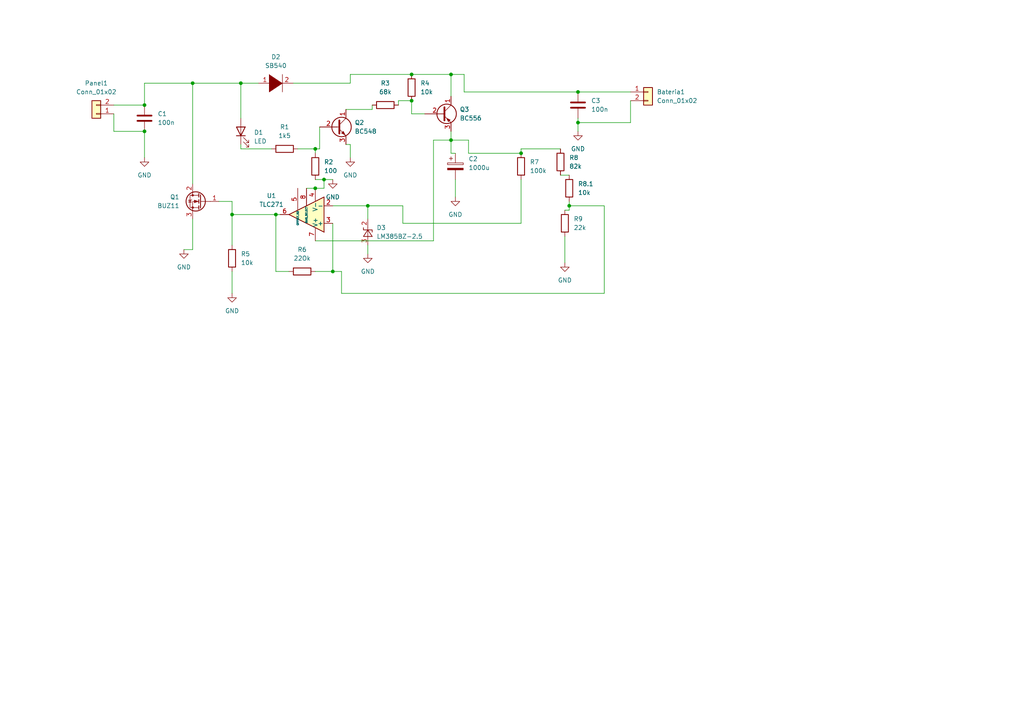
<source format=kicad_sch>
(kicad_sch (version 20211123) (generator eeschema)
  (paper "A4")
  (lib_symbols
    (symbol "Amplifier_Operational:LM741" (pin_names (offset 0.127))
      (property "Reference" "U1" (at 10.16 -5.4612 0))
      (property "Value" "TLC271" (at 10.16 -2.9212 0))
      (symbol "LM741_0_1"
        (polyline (pts (xy -5.08 5.08) (xy 5.08 0) (xy -5.08 -5.08) (xy -5.08 5.08)) (stroke (width 0.254)) (fill (type background)))
      )
      (symbol "LM741_1_1"
        (pin input line (at -7.62 -2.54 0) (length 2.54) (name "-") (number "2"))
        (pin input line (at -7.62 2.54 0) (length 2.54) (name "+") (number "3"))
        (pin power_in line (at -2.54 -7.62 90) (length 3.81) (name "V-") (number "4"))
        (pin input line (at 2.54 -7.62 90) (length 6.35) (name "OFFSET_N2") (number "5"))
        (pin output line (at 7.62 0 180) (length 2.54) (name "~") (number "6"))
        (pin power_in line (at -2.54 7.62 270) (length 3.81) (name "V+") (number "7"))
        (pin input line (at 0 -7.62 90) (length 5.08) (name "BIAS_SELECT") (number "8"))
        (pin no_connect line (at 0 2.54 270) (length 2.54) hide (name "NC") (number "8"))
      )
    )
    (symbol "Connector_Generic:Conn_01x02" (pin_names (offset 1.016) hide)
      (property "Reference" "J" (at 0 2.54 0))
      (property "Value" "Conn_01x02" (at 0 -5.08 0))
      (symbol "Conn_01x02_1_1"
        (rectangle (start -1.27 -2.413) (end 0 -2.667) (stroke (width 0.1524)))
        (rectangle (start -1.27 0.127) (end 0 -0.127) (stroke (width 0.1524)))
        (rectangle (start -1.27 1.27) (end 1.27 -3.81) (stroke (width 0.254)) (fill (type background)))
        (pin passive line (at -5.08 0 0) (length 3.81) (name "Pin_1") (number "1"))
        (pin passive line (at -5.08 -2.54 0) (length 3.81) (name "Pin_2") (number "2"))
      )
    )
    (symbol "Device:C" (pin_numbers hide) (pin_names (offset 0.254))
      (property "Reference" "C" (at 0.635 2.54 0))
      (property "Value" "C" (at 0.635 -2.54 0))
      (symbol "C_0_1"
        (polyline (pts (xy -2.032 -0.762) (xy 2.032 -0.762)) (stroke (width 0.508)))
        (polyline (pts (xy -2.032 0.762) (xy 2.032 0.762)) (stroke (width 0.508)))
      )
      (symbol "C_1_1"
        (pin passive line (at 0 3.81 270) (length 2.794) (name "~") (number "1"))
        (pin passive line (at 0 -3.81 90) (length 2.794) (name "~") (number "2"))
      )
    )
    (symbol "Device:C_Polarized" (pin_numbers hide) (pin_names (offset 0.254))
      (property "Reference" "C" (at 0.635 2.54 0))
      (property "Value" "C_Polarized" (at 0.635 -2.54 0))
      (symbol "C_Polarized_0_1"
        (rectangle (start -2.286 0.508) (end 2.286 1.016))
        (polyline (pts (xy -1.778 2.286) (xy -0.762 2.286)))
        (polyline (pts (xy -1.27 2.794) (xy -1.27 1.778)))
        (rectangle (start 2.286 -0.508) (end -2.286 -1.016) (fill (type outline)))
      )
      (symbol "C_Polarized_1_1"
        (pin passive line (at 0 3.81 270) (length 2.794) (name "~") (number "1"))
        (pin passive line (at 0 -3.81 90) (length 2.794) (name "~") (number "2"))
      )
    )
    (symbol "Device:LED" (pin_numbers hide) (pin_names (offset 1.016) hide)
      (property "Reference" "D" (at 0 2.54 0))
      (property "Value" "LED" (at 0 -2.54 0))
      (symbol "LED_0_1"
        (polyline (pts (xy -1.27 -1.27) (xy -1.27 1.27)) (stroke (width 0.254)))
        (polyline (pts (xy -1.27 0) (xy 1.27 0)))
        (polyline (pts (xy 1.27 -1.27) (xy 1.27 1.27) (xy -1.27 0) (xy 1.27 -1.27)) (stroke (width 0.254)))
        (polyline (pts (xy -3.048 -0.762) (xy -4.572 -2.286) (xy -3.81 -2.286) (xy -4.572 -2.286) (xy -4.572 -1.524)))
        (polyline (pts (xy -1.778 -0.762) (xy -3.302 -2.286) (xy -2.54 -2.286) (xy -3.302 -2.286) (xy -3.302 -1.524)))
      )
      (symbol "LED_1_1"
        (pin passive line (at -3.81 0 0) (length 2.54) (name "K") (number "1"))
        (pin passive line (at 3.81 0 180) (length 2.54) (name "A") (number "2"))
      )
    )
    (symbol "Device:R" (pin_numbers hide) (pin_names (offset 0))
      (property "Reference" "R" (at 2.032 0 90))
      (property "Value" "R" (at 0 0 90))
      (symbol "R_0_1"
        (rectangle (start -1.016 -2.54) (end 1.016 2.54) (stroke (width 0.254)))
      )
      (symbol "R_1_1"
        (pin passive line (at 0 3.81 270) (length 1.27) (name "~") (number "1"))
        (pin passive line (at 0 -3.81 90) (length 1.27) (name "~") (number "2"))
      )
    )
    (symbol "Reference_Voltage:LM385BZ-2.5" (pin_names (offset 0.0254) hide)
      (property "Reference" "U" (at 0 2.54 0))
      (property "Value" "LM385BZ-2.5" (at 0 -3.175 0))
      (symbol "LM385BZ-2.5_0_1"
        (polyline (pts (xy -1.27 0) (xy 0 0) (xy 1.27 0)))
        (polyline (pts (xy -1.27 -1.27) (xy 0.635 0) (xy -1.27 1.27) (xy -1.27 -1.27)) (stroke (width 0.2032)))
        (polyline (pts (xy 0 -1.27) (xy 0.635 -1.27) (xy 0.635 1.27) (xy 1.27 1.27)) (stroke (width 0.2032)))
      )
      (symbol "LM385BZ-2.5_1_1"
        (pin passive line (at 3.81 0 180) (length 2.54) (name "K") (number "2"))
        (pin passive line (at -3.81 0 0) (length 2.54) (name "A") (number "3"))
      )
    )
    (symbol "Transistor_BJT:BC548" (pin_names (offset 0) hide)
      (property "Reference" "Q" (at 5.08 1.905 0))
      (property "Value" "BC548" (at 5.08 0 0))
      (symbol "BC548_0_1"
        (polyline (pts (xy 0 0) (xy 0.635 0)))
        (polyline (pts (xy 0.635 0.635) (xy 2.54 2.54)))
        (polyline (pts (xy 0.635 -0.635) (xy 2.54 -2.54) (xy 2.54 -2.54)))
        (polyline (pts (xy 0.635 1.905) (xy 0.635 -1.905) (xy 0.635 -1.905)) (stroke (width 0.508)))
        (polyline (pts (xy 1.27 -1.778) (xy 1.778 -1.27) (xy 2.286 -2.286) (xy 1.27 -1.778) (xy 1.27 -1.778)) (fill (type outline)))
        (circle (center 1.27 0) (radius 2.8194) (stroke (width 0.254)))
      )
      (symbol "BC548_1_1"
        (pin passive line (at 2.54 5.08 270) (length 2.54) (name "C") (number "1"))
        (pin input line (at -5.08 0 0) (length 5.08) (name "B") (number "2"))
        (pin passive line (at 2.54 -5.08 90) (length 2.54) (name "E") (number "3"))
      )
    )
    (symbol "Transistor_BJT:BC556" (pin_names (offset 0) hide)
      (property "Reference" "Q" (at 5.08 1.905 0))
      (property "Value" "BC556" (at 5.08 0 0))
      (symbol "BC556_0_1"
        (polyline (pts (xy 0.635 0.635) (xy 2.54 2.54)))
        (polyline (pts (xy 0.635 -0.635) (xy 2.54 -2.54) (xy 2.54 -2.54)))
        (polyline (pts (xy 0.635 1.905) (xy 0.635 -1.905) (xy 0.635 -1.905)) (stroke (width 0.508)))
        (polyline (pts (xy 2.286 -1.778) (xy 1.778 -2.286) (xy 1.27 -1.27) (xy 2.286 -1.778) (xy 2.286 -1.778)) (fill (type outline)))
        (circle (center 1.27 0) (radius 2.8194) (stroke (width 0.254)))
      )
      (symbol "BC556_1_1"
        (pin passive line (at 2.54 5.08 270) (length 2.54) (name "C") (number "1"))
        (pin input line (at -5.08 0 0) (length 5.715) (name "B") (number "2"))
        (pin passive line (at 2.54 -5.08 90) (length 2.54) (name "E") (number "3"))
      )
    )
    (symbol "Transistor_FET:BUZ11" (pin_names hide)
      (property "Reference" "Q" (at 6.35 1.905 0))
      (property "Value" "BUZ11" (at 6.35 0 0))
      (symbol "BUZ11_0_1"
        (polyline (pts (xy 0.254 0) (xy -2.54 0)))
        (polyline (pts (xy 0.254 1.905) (xy 0.254 -1.905)) (stroke (width 0.254)))
        (polyline (pts (xy 0.762 -1.27) (xy 0.762 -2.286)) (stroke (width 0.254)))
        (polyline (pts (xy 0.762 0.508) (xy 0.762 -0.508)) (stroke (width 0.254)))
        (polyline (pts (xy 0.762 2.286) (xy 0.762 1.27)) (stroke (width 0.254)))
        (polyline (pts (xy 2.54 2.54) (xy 2.54 1.778)))
        (polyline (pts (xy 2.54 -2.54) (xy 2.54 0) (xy 0.762 0)))
        (polyline (pts (xy 0.762 -1.778) (xy 3.302 -1.778) (xy 3.302 1.778) (xy 0.762 1.778)))
        (polyline (pts (xy 1.016 0) (xy 2.032 0.381) (xy 2.032 -0.381) (xy 1.016 0)) (fill (type outline)))
        (polyline (pts (xy 2.794 0.508) (xy 2.921 0.381) (xy 3.683 0.381) (xy 3.81 0.254)))
        (polyline (pts (xy 3.302 0.381) (xy 2.921 -0.254) (xy 3.683 -0.254) (xy 3.302 0.381)))
        (circle (center 1.651 0) (radius 2.794) (stroke (width 0.254)))
        (circle (center 2.54 -1.778) (radius 0.254) (fill (type outline)))
        (circle (center 2.54 1.778) (radius 0.254) (fill (type outline)))
      )
      (symbol "BUZ11_1_1"
        (pin input line (at -5.08 0 0) (length 2.54) (name "G") (number "1"))
        (pin passive line (at 2.54 5.08 270) (length 2.54) (name "D") (number "2"))
        (pin passive line (at 2.54 -5.08 90) (length 2.54) (name "S") (number "3"))
      )
    )
    (symbol "power:GND" (power) (pin_names (offset 0))
      (property "Value" "GND" (at 0 -3.81 0))
      (symbol "GND_0_1"
        (polyline (pts (xy 0 0) (xy 0 -1.27) (xy 1.27 -1.27) (xy 0 -2.54) (xy -1.27 -1.27) (xy 0 -1.27)))
      )
      (symbol "GND_1_1"
        (pin power_in line (at 0 0 270) (length 0) hide (name "GND") (number "1"))
      )
    )
    (symbol "pspice:DIODE" (pin_names (offset 1.016) hide)
      (property "Reference" "D" (at 0 3.81 0))
      (property "Value" "DIODE" (at 0 -4.445 0))
      (symbol "DIODE_0_1"
        (polyline (pts (xy 1.905 2.54) (xy 1.905 -2.54)))
        (polyline (pts (xy -1.905 2.54) (xy -1.905 -2.54) (xy 1.905 0)) (fill (type outline)))
      )
      (symbol "DIODE_1_1"
        (pin input line (at -5.08 0 0) (length 3.81) (name "K") (number "1"))
        (pin input line (at 5.08 0 180) (length 3.81) (name "A") (number "2"))
      )
    )
  )
  (junction (at 67.31 62.23))
  (junction (at 130.81 40.64))
  (junction (at 91.44 54.61))
  (junction (at 41.91 30.48))
  (junction (at 91.44 43.18))
  (junction (at 167.64 35.56))
  (junction (at 93.98 52.07))
  (junction (at 41.91 38.1))
  (junction (at 96.52 78.74))
  (junction (at 106.68 59.69))
  (junction (at 165.1 59.69))
  (junction (at 55.88 24.13))
  (junction (at 151.13 44.45))
  (junction (at 119.38 21.59))
  (junction (at 167.64 26.67))
  (junction (at 130.81 21.59))
  (junction (at 119.38 29.21))
  (junction (at 80.01 62.23))
  (junction (at 69.85 24.13))
  (wire (pts (xy 134.62 21.59) (xy 130.81 21.59)))
  (wire (pts (xy 106.68 59.69) (xy 96.52 59.69)))
  (wire (pts (xy 99.06 85.09) (xy 99.06 78.74)))
  (wire (pts (xy 101.6 21.59) (xy 119.38 21.59)))
  (wire (pts (xy 130.81 21.59) (xy 119.38 21.59)))
  (wire (pts (xy 63.5 58.42) (xy 67.31 58.42)))
  (wire (pts (xy 106.68 63.5) (xy 106.68 59.69)))
  (wire (pts (xy 100.33 31.75) (xy 107.95 31.75)))
  (wire (pts (xy 165.1 59.69) (xy 165.1 60.96)))
  (wire (pts (xy 80.01 62.23) (xy 67.31 62.23)))
  (wire (pts (xy 125.73 40.64) (xy 130.81 40.64)))
  (wire (pts (xy 41.91 38.1) (xy 41.91 45.72)))
  (wire (pts (xy 165.1 59.69) (xy 175.26 59.69)))
  (wire (pts (xy 67.31 62.23) (xy 67.31 71.12)))
  (wire (pts (xy 67.31 58.42) (xy 67.31 62.23)))
  (wire (pts (xy 96.52 64.77) (xy 96.52 78.74)))
  (wire (pts (xy 67.31 78.74) (xy 67.31 85.09)))
  (wire (pts (xy 151.13 44.45) (xy 135.89 44.45)))
  (wire (pts (xy 175.26 59.69) (xy 175.26 85.09)))
  (wire (pts (xy 83.82 78.74) (xy 80.01 78.74)))
  (wire (pts (xy 130.81 38.1) (xy 130.81 40.64)))
  (wire (pts (xy 100.33 41.91) (xy 101.6 41.91)))
  (wire (pts (xy 167.64 26.67) (xy 134.62 26.67)))
  (wire (pts (xy 182.88 29.21) (xy 182.88 35.56)))
  (wire (pts (xy 74.93 24.13) (xy 69.85 24.13)))
  (wire (pts (xy 116.84 59.69) (xy 106.68 59.69)))
  (wire (pts (xy 69.85 41.91) (xy 69.85 43.18)))
  (wire (pts (xy 165.1 58.42) (xy 165.1 59.69)))
  (wire (pts (xy 81.28 62.23) (xy 80.01 62.23)))
  (wire (pts (xy 91.44 52.07) (xy 93.98 52.07)))
  (wire (pts (xy 41.91 38.1) (xy 33.02 38.1)))
  (wire (pts (xy 119.38 33.02) (xy 119.38 29.21)))
  (wire (pts (xy 106.68 71.12) (xy 106.68 73.66)))
  (wire (pts (xy 91.44 43.18) (xy 91.44 44.45)))
  (wire (pts (xy 151.13 64.77) (xy 116.84 64.77)))
  (wire (pts (xy 151.13 43.18) (xy 151.13 44.45)))
  (wire (pts (xy 116.84 64.77) (xy 116.84 59.69)))
  (wire (pts (xy 163.83 68.58) (xy 163.83 76.2)))
  (wire (pts (xy 123.19 33.02) (xy 119.38 33.02)))
  (wire (pts (xy 135.89 40.64) (xy 130.81 40.64)))
  (wire (pts (xy 85.09 24.13) (xy 101.6 24.13)))
  (wire (pts (xy 92.71 36.83) (xy 92.71 43.18)))
  (wire (pts (xy 165.1 60.96) (xy 163.83 60.96)))
  (wire (pts (xy 69.85 24.13) (xy 55.88 24.13)))
  (wire (pts (xy 69.85 24.13) (xy 69.85 34.29)))
  (wire (pts (xy 101.6 41.91) (xy 101.6 45.72)))
  (wire (pts (xy 41.91 24.13) (xy 41.91 30.48)))
  (wire (pts (xy 91.44 69.85) (xy 125.73 69.85)))
  (wire (pts (xy 135.89 44.45) (xy 135.89 40.64)))
  (wire (pts (xy 80.01 78.74) (xy 80.01 62.23)))
  (wire (pts (xy 92.71 43.18) (xy 91.44 43.18)))
  (wire (pts (xy 101.6 24.13) (xy 101.6 21.59)))
  (wire (pts (xy 162.56 50.8) (xy 165.1 50.8)))
  (wire (pts (xy 175.26 85.09) (xy 99.06 85.09)))
  (wire (pts (xy 107.95 31.75) (xy 107.95 30.48)))
  (wire (pts (xy 55.88 24.13) (xy 41.91 24.13)))
  (wire (pts (xy 130.81 27.94) (xy 130.81 21.59)))
  (wire (pts (xy 167.64 26.67) (xy 182.88 26.67)))
  (wire (pts (xy 134.62 26.67) (xy 134.62 21.59)))
  (wire (pts (xy 167.64 34.29) (xy 167.64 35.56)))
  (wire (pts (xy 55.88 24.13) (xy 55.88 53.34)))
  (wire (pts (xy 132.08 52.07) (xy 132.08 57.15)))
  (wire (pts (xy 33.02 30.48) (xy 41.91 30.48)))
  (wire (pts (xy 55.88 63.5) (xy 55.88 72.39)))
  (wire (pts (xy 130.81 44.45) (xy 132.08 44.45)))
  (wire (pts (xy 33.02 38.1) (xy 33.02 33.02)))
  (wire (pts (xy 125.73 69.85) (xy 125.73 40.64)))
  (wire (pts (xy 88.9 54.61) (xy 91.44 54.61)))
  (wire (pts (xy 93.98 54.61) (xy 93.98 52.07)))
  (wire (pts (xy 162.56 43.18) (xy 151.13 43.18)))
  (wire (pts (xy 86.36 43.18) (xy 91.44 43.18)))
  (wire (pts (xy 96.52 78.74) (xy 91.44 78.74)))
  (wire (pts (xy 93.98 52.07) (xy 96.52 52.07)))
  (wire (pts (xy 69.85 43.18) (xy 78.74 43.18)))
  (wire (pts (xy 115.57 29.21) (xy 115.57 30.48)))
  (wire (pts (xy 55.88 72.39) (xy 53.34 72.39)))
  (wire (pts (xy 91.44 54.61) (xy 93.98 54.61)))
  (wire (pts (xy 99.06 78.74) (xy 96.52 78.74)))
  (wire (pts (xy 151.13 52.07) (xy 151.13 64.77)))
  (wire (pts (xy 130.81 40.64) (xy 130.81 44.45)))
  (wire (pts (xy 182.88 35.56) (xy 167.64 35.56)))
  (wire (pts (xy 119.38 29.21) (xy 115.57 29.21)))
  (wire (pts (xy 167.64 35.56) (xy 167.64 38.1)))
  (symbol (lib_id "Device:R") (at 119.38 25.4 0) (unit 1)
    (property "Reference" "R4" (at 121.92 24.1299 0) (effects (justify left)))
    (property "Value" "10k" (at 121.92 26.6699 0) (effects (justify left)))
    (property "Footprint" "Resistor_THT:R_Axial_DIN0207_L6.3mm_D2.5mm_P2.54mm_Vertical" (effects hide))
  )
  (symbol (lib_id "Device:R") (at 151.13 48.26 0) (unit 1)
    (property "Reference" "R7" (at 153.67 46.9899 0) (effects (justify left)))
    (property "Value" "100k" (at 153.67 49.5299 0) (effects (justify left)))
    (property "Footprint" "Resistor_THT:R_Axial_DIN0207_L6.3mm_D2.5mm_P7.62mm_Horizontal" (effects hide))
  )
  (symbol (lib_id "power:GND") (at 41.91 45.72 0) (unit 1)
    (property "Reference" "#PWR0108" (effects hide))
    (property "Value" "GND" (at 41.91 50.8 0))
  )
  (symbol (lib_id "Connector_Generic:Conn_01x02") (at 187.96 26.67 0) (unit 1)
    (property "Reference" "Bateria1" (at 190.5 26.6699 0) (effects (justify left)))
    (property "Value" "Conn_01x02" (at 190.5 29.2099 0) (effects (justify left)))
    (property "Footprint" "TerminalBlock_Phoenix:TerminalBlock_Phoenix_MKDS-1,5-2-5.08_1x02_P5.08mm_Horizontal" (effects hide))
  )
  (symbol (lib_id "Device:R") (at 67.31 74.93 0) (unit 1)
    (property "Reference" "R5" (at 69.85 73.6599 0) (effects (justify left)))
    (property "Value" "10k" (at 69.85 76.1999 0) (effects (justify left)))
    (property "Footprint" "Resistor_THT:R_Axial_DIN0207_L6.3mm_D2.5mm_P2.54mm_Vertical" (effects hide))
  )
  (symbol (lib_id "power:GND") (at 101.6 45.72 0) (unit 1)
    (property "Reference" "#PWR0102" (effects hide))
    (property "Value" "GND" (at 101.6 50.8 0))
  )
  (symbol (lib_id "power:GND") (at 132.08 57.15 0) (unit 1)
    (property "Reference" "#PWR0103" (effects hide))
    (property "Value" "GND" (at 132.08 62.23 0))
  )
  (symbol (lib_id "Amplifier_Operational:LM741") (at 88.9 62.23 180) (unit 1)
    (property "Reference" "U1" (at 78.74 56.7688 0))
    (property "Value" "TLC271" (at 78.74 59.3088 0))
    (property "Footprint" "Package_DIP:DIP-6_W7.62mm_Socket" (effects hide))
    (property "Datasheet" "http://www.ti.com/lit/ds/symlink/lm741.pdf" (effects hide))
  )
  (symbol (lib_id "Transistor_BJT:BC556") (at 128.27 33.02 0) (unit 1)
    (property "Reference" "Q3" (at 133.35 31.7499 0) (effects (justify left)))
    (property "Value" "BC556" (at 133.35 34.2899 0) (effects (justify left)))
    (property "Footprint" "Package_TO_SOT_THT:TO-92" (effects hide))
    (property "Datasheet" "https://www.onsemi.com/pub/Collateral/BC556BTA-D.pdf" (effects hide))
  )
  (symbol (lib_id "power:GND") (at 163.83 76.2 0) (unit 1)
    (property "Reference" "#PWR0104" (effects hide))
    (property "Value" "GND" (at 163.83 81.28 0))
  )
  (symbol (lib_id "Device:R") (at 162.56 46.99 0) (unit 1)
    (property "Reference" "R8" (at 165.1 45.7199 0) (effects (justify left)))
    (property "Value" "82k" (at 165.1 48.2599 0) (effects (justify left)))
    (property "Footprint" "Resistor_THT:R_Axial_DIN0207_L6.3mm_D2.5mm_P7.62mm_Horizontal" (effects hide))
  )
  (symbol (lib_id "power:GND") (at 106.68 73.66 0) (unit 1)
    (property "Reference" "#PWR0106" (effects hide))
    (property "Value" "GND" (at 106.68 78.74 0))
  )
  (symbol (lib_id "Device:C") (at 41.91 34.29 0) (unit 1)
    (property "Reference" "C1" (at 45.72 33.0199 0) (effects (justify left)))
    (property "Value" "100n" (at 45.72 35.5599 0) (effects (justify left)))
    (property "Footprint" "Capacitor_THT:C_Disc_D3.8mm_W2.6mm_P2.50mm" (effects hide))
  )
  (symbol (lib_id "Connector_Generic:Conn_01x02") (at 27.94 33.02 180) (unit 1)
    (property "Reference" "Panel1" (at 27.94 24.13 0))
    (property "Value" "Conn_01x02" (at 27.94 26.67 0))
    (property "Footprint" "TerminalBlock_Phoenix:TerminalBlock_Phoenix_MKDS-1,5-2-5.08_1x02_P5.08mm_Horizontal" (effects hide))
  )
  (symbol (lib_id "power:GND") (at 53.34 72.39 0) (unit 1)
    (property "Reference" "#PWR0109" (effects hide))
    (property "Value" "GND" (at 53.34 77.47 0))
  )
  (symbol (lib_id "pspice:DIODE") (at 80.01 24.13 0) (unit 1)
    (property "Reference" "D2" (at 80.01 16.51 0))
    (property "Value" "SB540" (at 80.01 19.05 0))
    (property "Footprint" "Diode_THT:D_DO-201AD_P5.08mm_Vertical_KathodeUp" (effects hide))
  )
  (symbol (lib_id "Device:R") (at 82.55 43.18 90) (unit 1)
    (property "Reference" "R1" (at 82.55 36.83 90))
    (property "Value" "1k5" (at 82.55 39.37 90))
    (property "Footprint" "Resistor_THT:R_Axial_DIN0207_L6.3mm_D2.5mm_P2.54mm_Vertical" (effects hide))
  )
  (symbol (lib_id "Device:C_Polarized") (at 132.08 48.26 0) (unit 1)
    (property "Reference" "C2" (at 135.89 46.1009 0) (effects (justify left)))
    (property "Value" "1000u" (at 135.89 48.6409 0) (effects (justify left)))
    (property "Footprint" "Capacitor_THT:CP_Radial_D8.0mm_P5.00mm" (effects hide))
  )
  (symbol (lib_id "Device:C") (at 167.64 30.48 0) (unit 1)
    (property "Reference" "C3" (at 171.45 29.2099 0) (effects (justify left)))
    (property "Value" "100n" (at 171.45 31.7499 0) (effects (justify left)))
    (property "Footprint" "Capacitor_THT:C_Disc_D9.0mm_W5.0mm_P7.50mm" (effects hide))
  )
  (symbol (lib_id "Device:R") (at 87.63 78.74 90) (unit 1)
    (property "Reference" "R6" (at 87.63 72.39 90))
    (property "Value" "22Ok" (at 87.63 74.93 90))
    (property "Footprint" "Resistor_THT:R_Axial_DIN0207_L6.3mm_D2.5mm_P7.62mm_Horizontal" (effects hide))
  )
  (symbol (lib_id "Device:R") (at 91.44 48.26 0) (unit 1)
    (property "Reference" "R2" (at 93.98 46.9899 0) (effects (justify left)))
    (property "Value" "100" (at 93.98 49.5299 0) (effects (justify left)))
    (property "Footprint" "Resistor_THT:R_Axial_DIN0207_L6.3mm_D2.5mm_P10.16mm_Horizontal" (effects hide))
  )
  (symbol (lib_id "power:GND") (at 96.52 52.07 0) (unit 1)
    (property "Reference" "#PWR0101" (effects hide))
    (property "Value" "GND" (at 96.52 57.15 0))
  )
  (symbol (lib_id "Device:R") (at 111.76 30.48 90) (unit 1)
    (property "Reference" "R3" (at 111.76 24.13 90))
    (property "Value" "68k" (at 111.76 26.67 90))
    (property "Footprint" "Resistor_THT:R_Axial_DIN0207_L6.3mm_D2.5mm_P2.54mm_Vertical" (effects hide))
  )
  (symbol (lib_id "Device:R") (at 163.83 64.77 0) (unit 1)
    (property "Reference" "R9" (at 166.37 63.4999 0) (effects (justify left)))
    (property "Value" "22k" (at 166.37 66.0399 0) (effects (justify left)))
    (property "Footprint" "Resistor_THT:R_Axial_DIN0207_L6.3mm_D2.5mm_P7.62mm_Horizontal" (effects hide))
  )
  (symbol (lib_id "Transistor_BJT:BC548") (at 97.79 36.83 0) (unit 1)
    (property "Reference" "Q2" (at 102.87 35.5599 0) (effects (justify left)))
    (property "Value" "BC548" (at 102.87 38.0999 0) (effects (justify left)))
    (property "Footprint" "Package_TO_SOT_THT:TO-92" (effects hide))
    (property "Datasheet" "https://www.onsemi.com/pub/Collateral/BC550-D.pdf" (effects hide))
  )
  (symbol (lib_id "power:GND") (at 167.64 38.1 0) (unit 1)
    (property "Reference" "#PWR0105" (effects hide))
    (property "Value" "GND" (at 167.64 43.18 0))
  )
  (symbol (lib_id "Device:LED") (at 69.85 38.1 90) (unit 1)
    (property "Reference" "D1" (at 73.66 38.4174 90) (effects (justify right)))
    (property "Value" "LED" (at 73.66 40.9574 90) (effects (justify right)))
    (property "Footprint" "LED_THT:LED_D5.0mm" (effects hide))
  )
  (symbol (lib_id "Device:R") (at 165.1 54.61 0) (unit 1)
    (property "Reference" "R8.1" (at 167.64 53.3399 0) (effects (justify left)))
    (property "Value" "10k" (at 167.64 55.8799 0) (effects (justify left)))
    (property "Footprint" "Resistor_THT:R_Axial_DIN0207_L6.3mm_D2.5mm_P2.54mm_Vertical" (effects hide))
  )
  (symbol (lib_id "power:GND") (at 67.31 85.09 0) (unit 1)
    (property "Reference" "#PWR0107" (effects hide))
    (property "Value" "GND" (at 67.31 90.17 0))
  )
  (symbol (lib_id "Transistor_FET:BUZ11") (at 58.42 58.42 0) (mirror y) (unit 1)
    (property "Reference" "Q1" (at 52.07 57.1499 0) (effects (justify left)))
    (property "Value" "BUZ11" (at 52.07 59.6899 0) (effects (justify left)))
    (property "Footprint" "Package_TO_SOT_THT:TO-220F-3_Vertical" (effects hide))
    (property "Datasheet" "https://media.digikey.com/pdf/Data%20Sheets/Fairchild%20PDFs/BUZ11.pdf" (effects hide))
  )
  (symbol (lib_id "Reference_Voltage:LM385BZ-2.5") (at 106.68 67.31 90) (unit 1)
    (property "Reference" "D3" (at 109.22 66.0399 90) (effects (justify right)))
    (property "Value" "LM385BZ-2.5" (at 109.22 68.5799 90) (effects (justify right)))
    (property "Footprint" "Package_TO_SOT_THT:TO-92" (effects hide))
    (property "Datasheet" "http://www.onsemi.com/pub_link/Collateral/LM285-D.PDF" (effects hide))
  )
)
</source>
